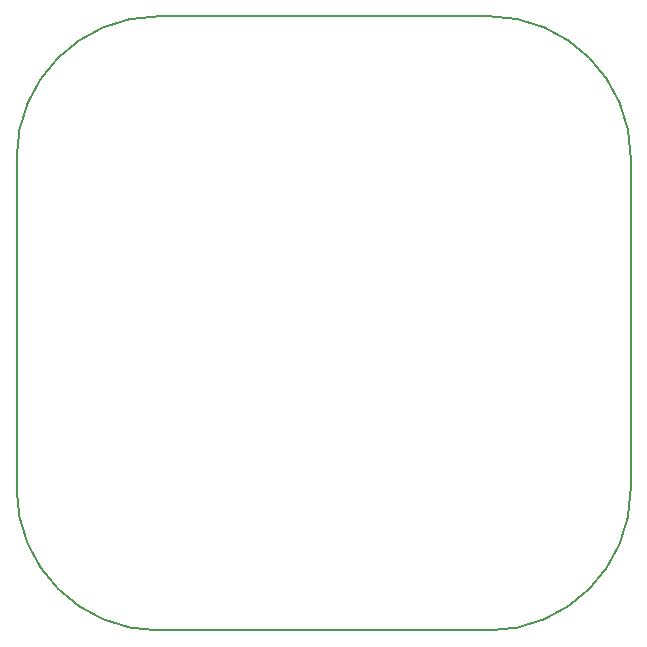
<source format=gm1>
G04 #@! TF.GenerationSoftware,KiCad,Pcbnew,(6.0.0)*
G04 #@! TF.CreationDate,2021-12-30T22:01:48+01:00*
G04 #@! TF.ProjectId,VolumeKnob,566f6c75-6d65-44b6-9e6f-622e6b696361,rev?*
G04 #@! TF.SameCoordinates,Original*
G04 #@! TF.FileFunction,Profile,NP*
%FSLAX46Y46*%
G04 Gerber Fmt 4.6, Leading zero omitted, Abs format (unit mm)*
G04 Created by KiCad (PCBNEW (6.0.0)) date 2021-12-30 22:01:48*
%MOMM*%
%LPD*%
G01*
G04 APERTURE LIST*
G04 #@! TA.AperFunction,Profile*
%ADD10C,0.200000*%
G04 #@! TD*
G04 APERTURE END LIST*
D10*
X72930000Y-80230000D02*
X72930000Y-108230000D01*
X124930000Y-80230000D02*
G75*
G03*
X112930000Y-68230000I-12000001J-1D01*
G01*
X72930000Y-108230000D02*
G75*
G03*
X84930000Y-120230000I12000001J1D01*
G01*
X112930000Y-120230000D02*
G75*
G03*
X124930000Y-108230000I-1J12000001D01*
G01*
X112930000Y-68230000D02*
X84930000Y-68230000D01*
X84930000Y-68230000D02*
G75*
G03*
X72930000Y-80230000I1J-12000001D01*
G01*
X124930000Y-108230000D02*
X124930000Y-80230000D01*
X84930000Y-120230000D02*
X112930000Y-120230000D01*
M02*

</source>
